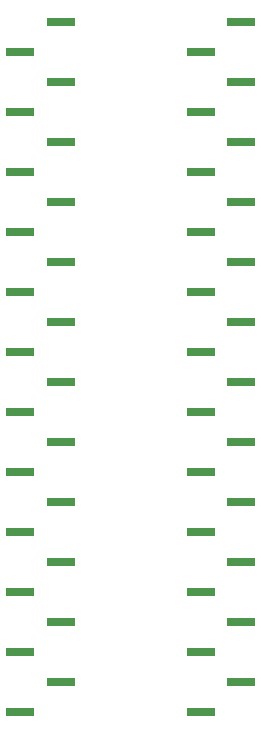
<source format=gbr>
G04*
G04 #@! TF.GenerationSoftware,Altium Limited,Altium Designer,25.4.2 (15)*
G04*
G04 Layer_Color=128*
%FSLAX44Y44*%
%MOMM*%
G71*
G04*
G04 #@! TF.SameCoordinates,EEABE1AA-3A69-4D6F-ADE4-9D398D027295*
G04*
G04*
G04 #@! TF.FilePolarity,Positive*
G04*
G01*
G75*
%ADD273R,2.4000X0.8000*%
D273*
X1194500Y1720200D02*
D03*
X1160500Y1694800D02*
D03*
X1194500Y1669400D02*
D03*
X1160500Y1644000D02*
D03*
X1194500Y1618600D02*
D03*
X1160500Y1593200D02*
D03*
X1194500Y1567800D02*
D03*
X1160500Y1542400D02*
D03*
X1194500Y1517000D02*
D03*
X1160500Y1491600D02*
D03*
X1194500Y1466200D02*
D03*
X1160500Y1440800D02*
D03*
X1194500Y1415400D02*
D03*
X1160500Y1390000D02*
D03*
X1194500Y1364600D02*
D03*
X1160500Y1339200D02*
D03*
X1194500Y1313800D02*
D03*
X1160500Y1288400D02*
D03*
X1194500Y1263000D02*
D03*
X1160500Y1237600D02*
D03*
X1194500Y1212200D02*
D03*
X1160500Y1186800D02*
D03*
X1194500Y1161400D02*
D03*
X1160500Y1136000D02*
D03*
X1008000D02*
D03*
X1042000Y1161400D02*
D03*
X1008000Y1186800D02*
D03*
X1042000Y1212200D02*
D03*
X1008000Y1237600D02*
D03*
X1042000Y1263000D02*
D03*
X1008000Y1288400D02*
D03*
X1042000Y1313800D02*
D03*
X1008000Y1339200D02*
D03*
X1042000Y1364600D02*
D03*
X1008000Y1390000D02*
D03*
X1042000Y1415400D02*
D03*
X1008000Y1440800D02*
D03*
X1042000Y1466200D02*
D03*
X1008000Y1491600D02*
D03*
X1042000Y1517000D02*
D03*
X1008000Y1542400D02*
D03*
X1042000Y1567800D02*
D03*
X1008000Y1593200D02*
D03*
X1042000Y1618600D02*
D03*
X1008000Y1644000D02*
D03*
X1042000Y1669400D02*
D03*
X1008000Y1694800D02*
D03*
X1042000Y1720200D02*
D03*
M02*

</source>
